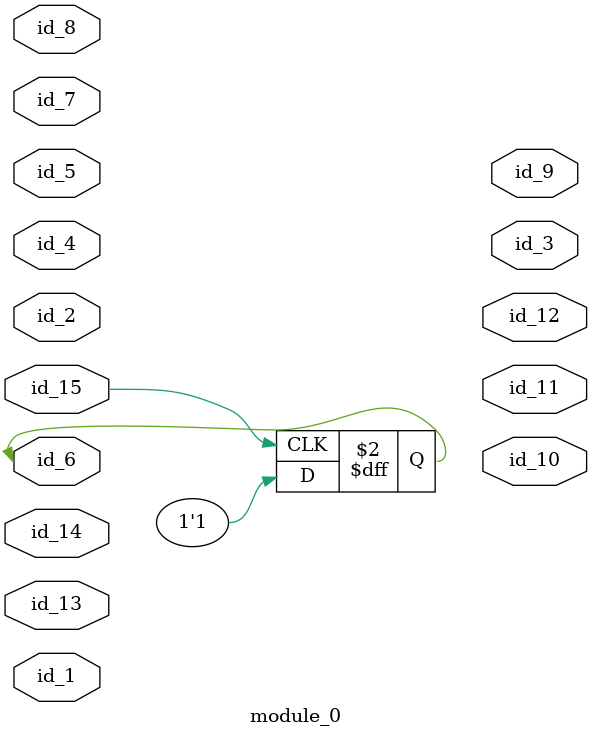
<source format=v>
module module_0 (
    id_1,
    id_2,
    id_3,
    id_4,
    id_5,
    id_6,
    id_7,
    id_8,
    id_9,
    id_10,
    id_11,
    id_12,
    id_13,
    id_14,
    id_15
);
  inout id_15;
  inout id_14;
  inout id_13;
  output id_12;
  output id_11;
  output id_10;
  output id_9;
  inout id_8;
  input id_7;
  inout id_6;
  inout id_5;
  inout id_4;
  output id_3;
  inout id_2;
  inout id_1;
  always @(posedge id_15) begin
    id_6 <= 1;
  end
endmodule

</source>
